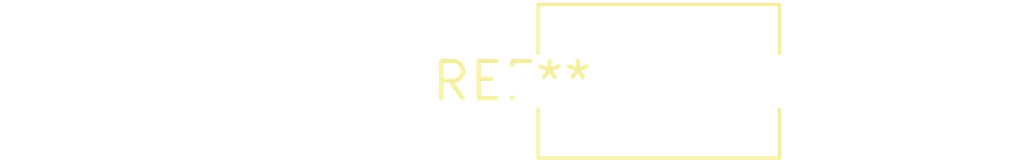
<source format=kicad_pcb>
(kicad_pcb (version 20240108) (generator pcbnew)
  (layers (0 "F.Cu" signal) (31 "B.Cu" signal) (34 "B.Paste" user) (35 "F.Paste" user) (36 "B.SilkS" user "B.Silkscreen") (37 "F.SilkS" user "F.Silkscreen") (38 "B.Mask" user) (39 "F.Mask" user) (44 "Edge.Cuts" user))
  (net 0 "")
  (footprint "C_Disc_D8.0mm_W5.0mm_P10.00mm" (layer "F.Cu") (at 0 0)
    (property "Reference" "REF**")
    (property "Value" "C_Disc_D8.0mm_W5.0mm_P10.00mm")
    (fp_line (start 0.88 -2.62) (end 0.88 -0.946) (layer "F.SilkS") (stroke (width 0.12)))
    (fp_line (start 0.88 -2.62) (end 9.12 -2.62) (layer "F.SilkS") (stroke (width 0.12)))
    (fp_line (start 0.88 0.946) (end 0.88 2.62) (layer "F.SilkS") (stroke (width 0.12)))
    (fp_line (start 0.88 2.62) (end 9.12 2.62) (layer "F.SilkS") (stroke (width 0.12)))
    (fp_line (start 9.12 -2.62) (end 9.12 -0.946) (layer "F.SilkS") (stroke (width 0.12)))
    (fp_line (start 9.12 0.946) (end 9.12 2.62) (layer "F.SilkS") (stroke (width 0.12)))
    (pad "1" thru_hole circle (at 0 0) (size 2 2) (drill 1) (layers *.Cu *.Mask) (remove_unused_layers))
    (pad "2" thru_hole circle (at 10 0) (size 2 2) (drill 1) (layers *.Cu *.Mask) (remove_unused_layers))
  )
)
</source>
